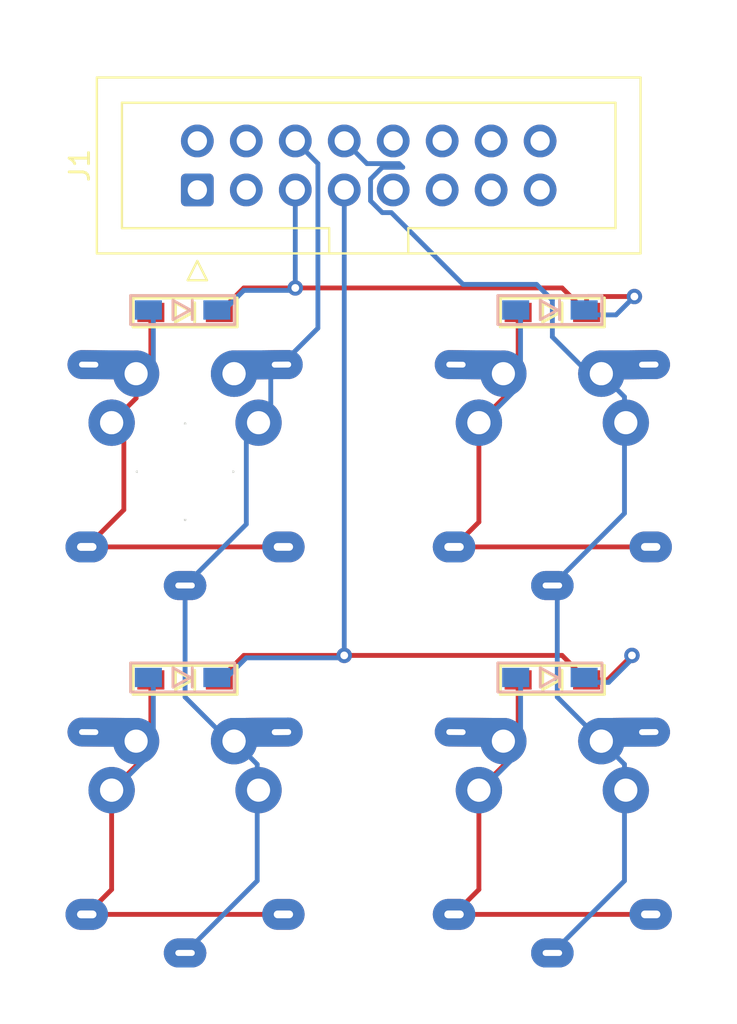
<source format=kicad_pcb>
(kicad_pcb (version 20171130) (host pcbnew "(5.1.12-1-10_14)")

  (general
    (thickness 1.6)
    (drawings 3)
    (tracks 104)
    (zones 0)
    (modules 9)
    (nets 21)
  )

  (page A4)
  (title_block
    (title "Pragmatic Left")
    (date 2021-11-08)
    (rev 0.1)
    (company "James Sa")
  )

  (layers
    (0 F.Cu signal)
    (31 B.Cu signal)
    (32 B.Adhes user)
    (33 F.Adhes user)
    (34 B.Paste user)
    (35 F.Paste user)
    (36 B.SilkS user)
    (37 F.SilkS user)
    (38 B.Mask user)
    (39 F.Mask user)
    (40 Dwgs.User user hide)
    (41 Cmts.User user)
    (42 Eco1.User user)
    (43 Eco2.User user)
    (44 Edge.Cuts user)
    (45 Margin user)
    (46 B.CrtYd user)
    (47 F.CrtYd user)
    (48 B.Fab user)
    (49 F.Fab user)
  )

  (setup
    (last_trace_width 0.25)
    (trace_clearance 0.2)
    (zone_clearance 0.508)
    (zone_45_only no)
    (trace_min 0.2)
    (via_size 0.8)
    (via_drill 0.4)
    (via_min_size 0.4)
    (via_min_drill 0.3)
    (uvia_size 0.3)
    (uvia_drill 0.1)
    (uvias_allowed no)
    (uvia_min_size 0.2)
    (uvia_min_drill 0.1)
    (edge_width 0.12)
    (segment_width 0.12)
    (pcb_text_width 0.3)
    (pcb_text_size 1.5 1.5)
    (mod_edge_width 0.12)
    (mod_text_size 1 1)
    (mod_text_width 0.15)
    (pad_size 1.524 1.524)
    (pad_drill 0.762)
    (pad_to_mask_clearance 0)
    (aux_axis_origin 95.25 57.15)
    (visible_elements FFFFFF7F)
    (pcbplotparams
      (layerselection 0x010f0_ffffffff)
      (usegerberextensions true)
      (usegerberattributes true)
      (usegerberadvancedattributes false)
      (creategerberjobfile false)
      (excludeedgelayer true)
      (linewidth 0.100000)
      (plotframeref false)
      (viasonmask false)
      (mode 1)
      (useauxorigin false)
      (hpglpennumber 1)
      (hpglpenspeed 20)
      (hpglpendiameter 15.000000)
      (psnegative false)
      (psa4output false)
      (plotreference true)
      (plotvalue true)
      (plotinvisibletext false)
      (padsonsilk false)
      (subtractmaskfromsilk true)
      (outputformat 1)
      (mirror false)
      (drillshape 0)
      (scaleselection 1)
      (outputdirectory "Gerber/"))
  )

  (net 0 "")
  (net 1 "Net-(D1-Pad2)")
  (net 2 Row1)
  (net 3 "Net-(D2-Pad2)")
  (net 4 Col1)
  (net 5 "Net-(D7-Pad2)")
  (net 6 Row2)
  (net 7 "Net-(D8-Pad2)")
  (net 8 VCC)
  (net 9 Col3)
  (net 10 Col2)
  (net 11 Row3)
  (net 12 GND)
  (net 13 SDA)
  (net 14 SCL)
  (net 15 Row4)
  (net 16 Row5)
  (net 17 Row6)
  (net 18 Col6)
  (net 19 Col5)
  (net 20 Col4)

  (net_class Default "This is the default net class."
    (clearance 0.2)
    (trace_width 0.25)
    (via_dia 0.8)
    (via_drill 0.4)
    (uvia_dia 0.3)
    (uvia_drill 0.1)
    (add_net Col1)
    (add_net Col2)
    (add_net Col3)
    (add_net Col4)
    (add_net Col5)
    (add_net Col6)
    (add_net "Net-(D1-Pad2)")
    (add_net "Net-(D2-Pad2)")
    (add_net "Net-(D7-Pad2)")
    (add_net "Net-(D8-Pad2)")
    (add_net Row1)
    (add_net Row2)
    (add_net Row3)
    (add_net Row4)
    (add_net Row5)
    (add_net Row6)
    (add_net SCL)
    (add_net SDA)
  )

  (net_class Power ""
    (clearance 0.2)
    (trace_width 0.4)
    (via_dia 0.8)
    (via_drill 0.4)
    (uvia_dia 0.3)
    (uvia_drill 0.1)
    (add_net GND)
    (add_net VCC)
  )

  (module Pragmatic:D_SMD (layer F.Cu) (tedit 61952F7C) (tstamp 6186E6F7)
    (at 76.2 67.945 180)
    (tags R)
    (path /6188DF84)
    (autoplace_cost180 10)
    (attr smd)
    (fp_text reference D8 (at 0.5 0) (layer F.Fab) hide
      (effects (font (size 0.5 0.5) (thickness 0.125)))
    )
    (fp_text value D (at -0.6 0) (layer F.Fab) hide
      (effects (font (size 0.5 0.5) (thickness 0.125)))
    )
    (fp_text user D24 (at 0.5 6.985) (layer B.Fab) hide
      (effects (font (size 0.5 0.5) (thickness 0.125)) (justify mirror))
    )
    (fp_text user D (at -0.6 6.985) (layer B.Fab) hide
      (effects (font (size 0.5 0.5) (thickness 0.125)) (justify mirror))
    )
    (fp_line (start -2.7 0.75) (end 2.7 0.75) (layer F.SilkS) (width 0.15))
    (fp_line (start 2.7 -0.75) (end -2.7 -0.75) (layer F.SilkS) (width 0.15))
    (fp_line (start -2.7 -0.75) (end -2.7 0.75) (layer F.SilkS) (width 0.15))
    (fp_line (start 2.7 -0.75) (end 2.7 0.75) (layer F.SilkS) (width 0.15))
    (fp_line (start 0.5 -0.5) (end 0.5 0.5) (layer F.SilkS) (width 0.15))
    (fp_line (start 0.5 0.5) (end -0.4 0) (layer F.SilkS) (width 0.15))
    (fp_line (start -0.4 0) (end 0.5 -0.5) (layer F.SilkS) (width 0.15))
    (fp_line (start -0.5 -0.5) (end -0.5 0.5) (layer F.SilkS) (width 0.15))
    (fp_line (start -0.273 0.127) (end 0.627 0.627) (layer B.SilkS) (width 0.15))
    (fp_line (start -0.373 0.627) (end -0.373 -0.373) (layer B.SilkS) (width 0.15))
    (fp_line (start -2.573 0.877) (end -2.573 -0.623) (layer B.SilkS) (width 0.15))
    (fp_line (start 2.827 0.877) (end 2.827 -0.623) (layer B.SilkS) (width 0.15))
    (fp_line (start 0.627 0.627) (end 0.627 -0.373) (layer B.SilkS) (width 0.15))
    (fp_line (start 0.627 -0.373) (end -0.273 0.127) (layer B.SilkS) (width 0.15))
    (fp_line (start -2.573 -0.623) (end 2.827 -0.623) (layer B.SilkS) (width 0.15))
    (fp_line (start 2.827 0.877) (end -2.573 0.877) (layer B.SilkS) (width 0.15))
    (pad 2 smd rect (at 1.902 0.127 180) (size 1.4 1) (layers B.Cu B.Paste B.Mask)
      (net 7 "Net-(D8-Pad2)"))
    (pad 1 smd rect (at -1.648 0.127 180) (size 1.4 1) (layers B.Cu B.Paste B.Mask)
      (net 6 Row2))
    (pad 2 smd rect (at 1.775 0 180) (size 1.4 1) (layers F.Cu F.Paste F.Mask)
      (net 7 "Net-(D8-Pad2)"))
    (pad 1 smd rect (at -1.775 0 180) (size 1.4 1) (layers F.Cu F.Paste F.Mask)
      (net 6 Row2))
    (model ${KISYS3DMOD}/Diode_SMD.3dshapes/D_SOD-123.step
      (at (xyz 0 0 0))
      (scale (xyz 1 1 1))
      (rotate (xyz 0 0 0))
    )
  )

  (module Pragmatic:D_SMD (layer F.Cu) (tedit 61952F7C) (tstamp 6186E6E9)
    (at 57.15 67.945 180)
    (tags R)
    (path /618803D0)
    (autoplace_cost180 10)
    (attr smd)
    (fp_text reference D7 (at 0.5 0) (layer F.Fab) hide
      (effects (font (size 0.5 0.5) (thickness 0.125)))
    )
    (fp_text value D (at -0.6 0) (layer F.Fab) hide
      (effects (font (size 0.5 0.5) (thickness 0.125)))
    )
    (fp_text user D24 (at 0.5 6.985) (layer B.Fab) hide
      (effects (font (size 0.5 0.5) (thickness 0.125)) (justify mirror))
    )
    (fp_text user D (at -0.6 6.985) (layer B.Fab) hide
      (effects (font (size 0.5 0.5) (thickness 0.125)) (justify mirror))
    )
    (fp_line (start -2.7 0.75) (end 2.7 0.75) (layer F.SilkS) (width 0.15))
    (fp_line (start 2.7 -0.75) (end -2.7 -0.75) (layer F.SilkS) (width 0.15))
    (fp_line (start -2.7 -0.75) (end -2.7 0.75) (layer F.SilkS) (width 0.15))
    (fp_line (start 2.7 -0.75) (end 2.7 0.75) (layer F.SilkS) (width 0.15))
    (fp_line (start 0.5 -0.5) (end 0.5 0.5) (layer F.SilkS) (width 0.15))
    (fp_line (start 0.5 0.5) (end -0.4 0) (layer F.SilkS) (width 0.15))
    (fp_line (start -0.4 0) (end 0.5 -0.5) (layer F.SilkS) (width 0.15))
    (fp_line (start -0.5 -0.5) (end -0.5 0.5) (layer F.SilkS) (width 0.15))
    (fp_line (start -0.273 0.127) (end 0.627 0.627) (layer B.SilkS) (width 0.15))
    (fp_line (start -0.373 0.627) (end -0.373 -0.373) (layer B.SilkS) (width 0.15))
    (fp_line (start -2.573 0.877) (end -2.573 -0.623) (layer B.SilkS) (width 0.15))
    (fp_line (start 2.827 0.877) (end 2.827 -0.623) (layer B.SilkS) (width 0.15))
    (fp_line (start 0.627 0.627) (end 0.627 -0.373) (layer B.SilkS) (width 0.15))
    (fp_line (start 0.627 -0.373) (end -0.273 0.127) (layer B.SilkS) (width 0.15))
    (fp_line (start -2.573 -0.623) (end 2.827 -0.623) (layer B.SilkS) (width 0.15))
    (fp_line (start 2.827 0.877) (end -2.573 0.877) (layer B.SilkS) (width 0.15))
    (pad 2 smd rect (at 1.902 0.127 180) (size 1.4 1) (layers B.Cu B.Paste B.Mask)
      (net 5 "Net-(D7-Pad2)"))
    (pad 1 smd rect (at -1.648 0.127 180) (size 1.4 1) (layers B.Cu B.Paste B.Mask)
      (net 6 Row2))
    (pad 2 smd rect (at 1.775 0 180) (size 1.4 1) (layers F.Cu F.Paste F.Mask)
      (net 5 "Net-(D7-Pad2)"))
    (pad 1 smd rect (at -1.775 0 180) (size 1.4 1) (layers F.Cu F.Paste F.Mask)
      (net 6 Row2))
    (model ${KISYS3DMOD}/Diode_SMD.3dshapes/D_SOD-123.step
      (at (xyz 0 0 0))
      (scale (xyz 1 1 1))
      (rotate (xyz 0 0 0))
    )
  )

  (module Pragmatic:D_SMD (layer F.Cu) (tedit 61952F7C) (tstamp 618706C5)
    (at 76.2 48.895 180)
    (tags R)
    (path /618ACC68)
    (autoplace_cost180 10)
    (attr smd)
    (fp_text reference D2 (at 0.5 0) (layer F.Fab) hide
      (effects (font (size 0.5 0.5) (thickness 0.125)))
    )
    (fp_text value D (at -0.6 0) (layer F.Fab) hide
      (effects (font (size 0.5 0.5) (thickness 0.125)))
    )
    (fp_text user D24 (at 0.5 6.985) (layer B.Fab) hide
      (effects (font (size 0.5 0.5) (thickness 0.125)) (justify mirror))
    )
    (fp_text user D (at -0.6 6.985) (layer B.Fab) hide
      (effects (font (size 0.5 0.5) (thickness 0.125)) (justify mirror))
    )
    (fp_line (start -2.7 0.75) (end 2.7 0.75) (layer F.SilkS) (width 0.15))
    (fp_line (start 2.7 -0.75) (end -2.7 -0.75) (layer F.SilkS) (width 0.15))
    (fp_line (start -2.7 -0.75) (end -2.7 0.75) (layer F.SilkS) (width 0.15))
    (fp_line (start 2.7 -0.75) (end 2.7 0.75) (layer F.SilkS) (width 0.15))
    (fp_line (start 0.5 -0.5) (end 0.5 0.5) (layer F.SilkS) (width 0.15))
    (fp_line (start 0.5 0.5) (end -0.4 0) (layer F.SilkS) (width 0.15))
    (fp_line (start -0.4 0) (end 0.5 -0.5) (layer F.SilkS) (width 0.15))
    (fp_line (start -0.5 -0.5) (end -0.5 0.5) (layer F.SilkS) (width 0.15))
    (fp_line (start -0.273 0.127) (end 0.627 0.627) (layer B.SilkS) (width 0.15))
    (fp_line (start -0.373 0.627) (end -0.373 -0.373) (layer B.SilkS) (width 0.15))
    (fp_line (start -2.573 0.877) (end -2.573 -0.623) (layer B.SilkS) (width 0.15))
    (fp_line (start 2.827 0.877) (end 2.827 -0.623) (layer B.SilkS) (width 0.15))
    (fp_line (start 0.627 0.627) (end 0.627 -0.373) (layer B.SilkS) (width 0.15))
    (fp_line (start 0.627 -0.373) (end -0.273 0.127) (layer B.SilkS) (width 0.15))
    (fp_line (start -2.573 -0.623) (end 2.827 -0.623) (layer B.SilkS) (width 0.15))
    (fp_line (start 2.827 0.877) (end -2.573 0.877) (layer B.SilkS) (width 0.15))
    (pad 2 smd rect (at 1.902 0.127 180) (size 1.4 1) (layers B.Cu B.Paste B.Mask)
      (net 3 "Net-(D2-Pad2)"))
    (pad 1 smd rect (at -1.648 0.127 180) (size 1.4 1) (layers B.Cu B.Paste B.Mask)
      (net 2 Row1))
    (pad 2 smd rect (at 1.775 0 180) (size 1.4 1) (layers F.Cu F.Paste F.Mask)
      (net 3 "Net-(D2-Pad2)"))
    (pad 1 smd rect (at -1.775 0 180) (size 1.4 1) (layers F.Cu F.Paste F.Mask)
      (net 2 Row1))
    (model ${KISYS3DMOD}/Diode_SMD.3dshapes/D_SOD-123.step
      (at (xyz 0 0 0))
      (scale (xyz 1 1 1))
      (rotate (xyz 0 0 0))
    )
  )

  (module Pragmatic:D_SMD (layer F.Cu) (tedit 61952F7C) (tstamp 6186E695)
    (at 57.15 48.895 180)
    (tags R)
    (path /618ACC5C)
    (autoplace_cost180 10)
    (attr smd)
    (fp_text reference D1 (at 0.5 0) (layer F.Fab) hide
      (effects (font (size 0.5 0.5) (thickness 0.125)))
    )
    (fp_text value D (at -0.6 0) (layer F.Fab) hide
      (effects (font (size 0.5 0.5) (thickness 0.125)))
    )
    (fp_text user D24 (at 0.5 6.985) (layer B.Fab) hide
      (effects (font (size 0.5 0.5) (thickness 0.125)) (justify mirror))
    )
    (fp_text user D (at -0.6 6.985) (layer B.Fab) hide
      (effects (font (size 0.5 0.5) (thickness 0.125)) (justify mirror))
    )
    (fp_line (start -2.7 0.75) (end 2.7 0.75) (layer F.SilkS) (width 0.15))
    (fp_line (start 2.7 -0.75) (end -2.7 -0.75) (layer F.SilkS) (width 0.15))
    (fp_line (start -2.7 -0.75) (end -2.7 0.75) (layer F.SilkS) (width 0.15))
    (fp_line (start 2.7 -0.75) (end 2.7 0.75) (layer F.SilkS) (width 0.15))
    (fp_line (start 0.5 -0.5) (end 0.5 0.5) (layer F.SilkS) (width 0.15))
    (fp_line (start 0.5 0.5) (end -0.4 0) (layer F.SilkS) (width 0.15))
    (fp_line (start -0.4 0) (end 0.5 -0.5) (layer F.SilkS) (width 0.15))
    (fp_line (start -0.5 -0.5) (end -0.5 0.5) (layer F.SilkS) (width 0.15))
    (fp_line (start -0.273 0.127) (end 0.627 0.627) (layer B.SilkS) (width 0.15))
    (fp_line (start -0.373 0.627) (end -0.373 -0.373) (layer B.SilkS) (width 0.15))
    (fp_line (start -2.573 0.877) (end -2.573 -0.623) (layer B.SilkS) (width 0.15))
    (fp_line (start 2.827 0.877) (end 2.827 -0.623) (layer B.SilkS) (width 0.15))
    (fp_line (start 0.627 0.627) (end 0.627 -0.373) (layer B.SilkS) (width 0.15))
    (fp_line (start 0.627 -0.373) (end -0.273 0.127) (layer B.SilkS) (width 0.15))
    (fp_line (start -2.573 -0.623) (end 2.827 -0.623) (layer B.SilkS) (width 0.15))
    (fp_line (start 2.827 0.877) (end -2.573 0.877) (layer B.SilkS) (width 0.15))
    (pad 2 smd rect (at 1.902 0.127 180) (size 1.4 1) (layers B.Cu B.Paste B.Mask)
      (net 1 "Net-(D1-Pad2)"))
    (pad 1 smd rect (at -1.648 0.127 180) (size 1.4 1) (layers B.Cu B.Paste B.Mask)
      (net 2 Row1))
    (pad 2 smd rect (at 1.775 0 180) (size 1.4 1) (layers F.Cu F.Paste F.Mask)
      (net 1 "Net-(D1-Pad2)"))
    (pad 1 smd rect (at -1.775 0 180) (size 1.4 1) (layers F.Cu F.Paste F.Mask)
      (net 2 Row1))
    (model ${KISYS3DMOD}/Diode_SMD.3dshapes/D_SOD-123.step
      (at (xyz 0 0 0))
      (scale (xyz 1 1 1))
      (rotate (xyz 0 0 0))
    )
  )

  (module Pragmatic:CherryMX_ChocV2_1u locked (layer F.Cu) (tedit 61952139) (tstamp 6186E98C)
    (at 76.2 76.2)
    (path /6188DF8A)
    (fp_text reference SW8 (at 5.1 7.95 180) (layer Dwgs.User) hide
      (effects (font (size 1 1) (thickness 0.15)))
    )
    (fp_text value SW_Push (at 0 7.9 180) (layer Dwgs.User) hide
      (effects (font (size 1 1) (thickness 0.15)))
    )
    (fp_line (start -9.525 -9.525) (end 9.525 -9.525) (layer Dwgs.User) (width 0.15))
    (fp_line (start 9.525 -9.525) (end 9.525 9.525) (layer Dwgs.User) (width 0.15))
    (fp_line (start 9.525 9.525) (end -9.525 9.525) (layer Dwgs.User) (width 0.15))
    (fp_line (start -9.525 9.525) (end -9.525 -9.525) (layer Dwgs.User) (width 0.15))
    (fp_line (start -7 -6) (end -7 -7) (layer Dwgs.User) (width 0.15))
    (fp_line (start -7 -7) (end -6 -7) (layer Dwgs.User) (width 0.15))
    (fp_line (start 6 7) (end 7 7) (layer Dwgs.User) (width 0.15))
    (fp_line (start 7 7) (end 7 6) (layer Dwgs.User) (width 0.15))
    (pad 2 thru_hole circle (at 3.81 -2.54) (size 2.4 2.4) (drill 1.2) (layers *.Cu B.Mask)
      (net 10 Col2))
    (pad 2 thru_hole oval (at 0 5.9) (size 2.2 1.5) (drill oval 1 0.3) (layers *.Cu B.Mask)
      (net 10 Col2))
    (pad 1 thru_hole oval (at 5.1 3.9) (size 2.2 1.6) (drill oval 1 0.4) (layers *.Cu B.Mask)
      (net 7 "Net-(D8-Pad2)"))
    (pad 1 thru_hole oval (at -5 -5.55 359.5) (size 4.4 1.5) (drill oval 1 0.3 (offset 1.1 0)) (layers *.Cu B.Mask)
      (net 7 "Net-(D8-Pad2)"))
    (pad 1 thru_hole circle (at -2.54 -5.08) (size 2.4 2.4) (drill 1.2) (layers *.Cu B.Mask)
      (net 7 "Net-(D8-Pad2)"))
    (pad 1 thru_hole circle (at -3.81 -2.54) (size 2.4 2.4) (drill 1.2) (layers *.Cu B.Mask)
      (net 7 "Net-(D8-Pad2)"))
    (pad 2 thru_hole oval (at 0 5.9) (size 2.2 1.5) (drill oval 1 0.3) (layers *.Cu B.Mask)
      (net 10 Col2))
    (pad 1 thru_hole oval (at -5.1 3.9) (size 2.2 1.6) (drill oval 1 0.4) (layers *.Cu B.Mask)
      (net 7 "Net-(D8-Pad2)"))
    (pad 2 thru_hole oval (at 5 -5.55 0.5) (size 4.4 1.5) (drill oval 1 0.3 (offset -1.1 0)) (layers *.Cu B.Mask)
      (net 10 Col2))
    (pad 2 thru_hole circle (at 2.54 -5.08) (size 2.4 2.4) (drill 1.2) (layers *.Cu B.Mask)
      (net 10 Col2))
    (pad 2 thru_hole circle (at 2.54 -5.08) (size 2.4 2.4) (drill 1.2) (layers *.Cu B.Mask)
      (net 10 Col2))
    (pad 2 thru_hole oval (at 5 -5.55 0.5) (size 4.4 1.5) (drill oval 1 0.3 (offset -1.1 0)) (layers *.Cu B.Mask)
      (net 10 Col2))
    (pad 1 thru_hole oval (at -5.1 3.9) (size 2.2 1.6) (drill oval 1 0.4) (layers *.Cu B.Mask)
      (net 7 "Net-(D8-Pad2)"))
    (pad "" np_thru_hole circle (at 0 0 90) (size 4.9 4.9) (drill 4.9) (layers *.Cu *.Mask))
    (pad "" np_thru_hole circle (at -5.5 0 90) (size 1.8 1.8) (drill 1.8) (layers *.Cu *.Mask))
    (pad "" np_thru_hole circle (at 5.5 0 90) (size 1.8 1.8) (drill 1.8) (layers *.Cu *.Mask))
    (pad 2 thru_hole oval (at 0 5.9) (size 2.2 1.5) (drill oval 1 0.3) (layers *.Cu B.Mask)
      (net 10 Col2))
    (pad 1 thru_hole circle (at -3.81 -2.54) (size 2.4 2.4) (drill 1.2) (layers *.Cu B.Mask)
      (net 7 "Net-(D8-Pad2)"))
    (pad "" np_thru_hole circle (at 5.08 0) (size 1.7 1.7) (drill 1.7) (layers *.Cu *.Mask))
    (pad "" np_thru_hole circle (at -5.08 0) (size 1.7 1.7) (drill 1.7) (layers *.Cu *.Mask))
    (model "${LOCAL_LIB}/kbd/kicad-packages3D/kbd.3dshapes/CherryMX Switch.step"
      (at (xyz 0 0 0))
      (scale (xyz 1 1 1))
      (rotate (xyz 0 0 0))
    )
    (model ${LOCAL_LIB}/kbd/kicad-packages3D/kbd.3dshapes/kailh_choc.step
      (at (xyz 0 0 0))
      (scale (xyz 1 1 1))
      (rotate (xyz 0 0 180))
    )
  )

  (module Pragmatic:CherryMX_ChocV2_1u (layer F.Cu) (tedit 61952139) (tstamp 6186E976)
    (at 57.15 76.2)
    (path /618803DA)
    (fp_text reference SW7 (at 5.1 7.95 180) (layer Dwgs.User) hide
      (effects (font (size 1 1) (thickness 0.15)))
    )
    (fp_text value SW_Push (at 0 7.9 180) (layer Dwgs.User) hide
      (effects (font (size 1 1) (thickness 0.15)))
    )
    (fp_line (start -9.525 -9.525) (end 9.525 -9.525) (layer Dwgs.User) (width 0.15))
    (fp_line (start 9.525 -9.525) (end 9.525 9.525) (layer Dwgs.User) (width 0.15))
    (fp_line (start 9.525 9.525) (end -9.525 9.525) (layer Dwgs.User) (width 0.15))
    (fp_line (start -9.525 9.525) (end -9.525 -9.525) (layer Dwgs.User) (width 0.15))
    (fp_line (start -7 -6) (end -7 -7) (layer Dwgs.User) (width 0.15))
    (fp_line (start -7 -7) (end -6 -7) (layer Dwgs.User) (width 0.15))
    (fp_line (start 6 7) (end 7 7) (layer Dwgs.User) (width 0.15))
    (fp_line (start 7 7) (end 7 6) (layer Dwgs.User) (width 0.15))
    (pad 2 thru_hole circle (at 3.81 -2.54) (size 2.4 2.4) (drill 1.2) (layers *.Cu B.Mask)
      (net 4 Col1))
    (pad 2 thru_hole oval (at 0 5.9) (size 2.2 1.5) (drill oval 1 0.3) (layers *.Cu B.Mask)
      (net 4 Col1))
    (pad 1 thru_hole oval (at 5.1 3.9) (size 2.2 1.6) (drill oval 1 0.4) (layers *.Cu B.Mask)
      (net 5 "Net-(D7-Pad2)"))
    (pad 1 thru_hole oval (at -5 -5.55 359.5) (size 4.4 1.5) (drill oval 1 0.3 (offset 1.1 0)) (layers *.Cu B.Mask)
      (net 5 "Net-(D7-Pad2)"))
    (pad 1 thru_hole circle (at -2.54 -5.08) (size 2.4 2.4) (drill 1.2) (layers *.Cu B.Mask)
      (net 5 "Net-(D7-Pad2)"))
    (pad 1 thru_hole circle (at -3.81 -2.54) (size 2.4 2.4) (drill 1.2) (layers *.Cu B.Mask)
      (net 5 "Net-(D7-Pad2)"))
    (pad 2 thru_hole oval (at 0 5.9) (size 2.2 1.5) (drill oval 1 0.3) (layers *.Cu B.Mask)
      (net 4 Col1))
    (pad 1 thru_hole oval (at -5.1 3.9) (size 2.2 1.6) (drill oval 1 0.4) (layers *.Cu B.Mask)
      (net 5 "Net-(D7-Pad2)"))
    (pad 2 thru_hole oval (at 5 -5.55 0.5) (size 4.4 1.5) (drill oval 1 0.3 (offset -1.1 0)) (layers *.Cu B.Mask)
      (net 4 Col1))
    (pad 2 thru_hole circle (at 2.54 -5.08) (size 2.4 2.4) (drill 1.2) (layers *.Cu B.Mask)
      (net 4 Col1))
    (pad 2 thru_hole circle (at 2.54 -5.08) (size 2.4 2.4) (drill 1.2) (layers *.Cu B.Mask)
      (net 4 Col1))
    (pad 2 thru_hole oval (at 5 -5.55 0.5) (size 4.4 1.5) (drill oval 1 0.3 (offset -1.1 0)) (layers *.Cu B.Mask)
      (net 4 Col1))
    (pad 1 thru_hole oval (at -5.1 3.9) (size 2.2 1.6) (drill oval 1 0.4) (layers *.Cu B.Mask)
      (net 5 "Net-(D7-Pad2)"))
    (pad "" np_thru_hole circle (at 0 0 90) (size 4.9 4.9) (drill 4.9) (layers *.Cu *.Mask))
    (pad "" np_thru_hole circle (at -5.5 0 90) (size 1.8 1.8) (drill 1.8) (layers *.Cu *.Mask))
    (pad "" np_thru_hole circle (at 5.5 0 90) (size 1.8 1.8) (drill 1.8) (layers *.Cu *.Mask))
    (pad 2 thru_hole oval (at 0 5.9) (size 2.2 1.5) (drill oval 1 0.3) (layers *.Cu B.Mask)
      (net 4 Col1))
    (pad 1 thru_hole circle (at -3.81 -2.54) (size 2.4 2.4) (drill 1.2) (layers *.Cu B.Mask)
      (net 5 "Net-(D7-Pad2)"))
    (pad "" np_thru_hole circle (at 5.08 0) (size 1.7 1.7) (drill 1.7) (layers *.Cu *.Mask))
    (pad "" np_thru_hole circle (at -5.08 0) (size 1.7 1.7) (drill 1.7) (layers *.Cu *.Mask))
    (model "${LOCAL_LIB}/kbd/kicad-packages3D/kbd.3dshapes/CherryMX Switch.step"
      (at (xyz 0 0 0))
      (scale (xyz 1 1 1))
      (rotate (xyz 0 0 0))
    )
    (model ${LOCAL_LIB}/kbd/kicad-packages3D/kbd.3dshapes/kailh_choc.step
      (at (xyz 0 0 0))
      (scale (xyz 1 1 1))
      (rotate (xyz 0 0 180))
    )
  )

  (module Pragmatic:CherryMX_ChocV2_1u (layer F.Cu) (tedit 61952139) (tstamp 618741F8)
    (at 76.2 57.15)
    (path /618ACC6E)
    (fp_text reference SW2 (at 5.1 7.95 180) (layer Dwgs.User) hide
      (effects (font (size 1 1) (thickness 0.15)))
    )
    (fp_text value SW_Push (at 0 7.9 180) (layer Dwgs.User) hide
      (effects (font (size 1 1) (thickness 0.15)))
    )
    (fp_line (start -9.525 -9.525) (end 9.525 -9.525) (layer Dwgs.User) (width 0.15))
    (fp_line (start 9.525 -9.525) (end 9.525 9.525) (layer Dwgs.User) (width 0.15))
    (fp_line (start 9.525 9.525) (end -9.525 9.525) (layer Dwgs.User) (width 0.15))
    (fp_line (start -9.525 9.525) (end -9.525 -9.525) (layer Dwgs.User) (width 0.15))
    (fp_line (start -7 -6) (end -7 -7) (layer Dwgs.User) (width 0.15))
    (fp_line (start -7 -7) (end -6 -7) (layer Dwgs.User) (width 0.15))
    (fp_line (start 6 7) (end 7 7) (layer Dwgs.User) (width 0.15))
    (fp_line (start 7 7) (end 7 6) (layer Dwgs.User) (width 0.15))
    (pad 2 thru_hole circle (at 3.81 -2.54) (size 2.4 2.4) (drill 1.2) (layers *.Cu B.Mask)
      (net 10 Col2))
    (pad 2 thru_hole oval (at 0 5.9) (size 2.2 1.5) (drill oval 1 0.3) (layers *.Cu B.Mask)
      (net 10 Col2))
    (pad 1 thru_hole oval (at 5.1 3.9) (size 2.2 1.6) (drill oval 1 0.4) (layers *.Cu B.Mask)
      (net 3 "Net-(D2-Pad2)"))
    (pad 1 thru_hole oval (at -5 -5.55 359.5) (size 4.4 1.5) (drill oval 1 0.3 (offset 1.1 0)) (layers *.Cu B.Mask)
      (net 3 "Net-(D2-Pad2)"))
    (pad 1 thru_hole circle (at -2.54 -5.08) (size 2.4 2.4) (drill 1.2) (layers *.Cu B.Mask)
      (net 3 "Net-(D2-Pad2)"))
    (pad 1 thru_hole circle (at -3.81 -2.54) (size 2.4 2.4) (drill 1.2) (layers *.Cu B.Mask)
      (net 3 "Net-(D2-Pad2)"))
    (pad 2 thru_hole oval (at 0 5.9) (size 2.2 1.5) (drill oval 1 0.3) (layers *.Cu B.Mask)
      (net 10 Col2))
    (pad 1 thru_hole oval (at -5.1 3.9) (size 2.2 1.6) (drill oval 1 0.4) (layers *.Cu B.Mask)
      (net 3 "Net-(D2-Pad2)"))
    (pad 2 thru_hole oval (at 5 -5.55 0.5) (size 4.4 1.5) (drill oval 1 0.3 (offset -1.1 0)) (layers *.Cu B.Mask)
      (net 10 Col2))
    (pad 2 thru_hole circle (at 2.54 -5.08) (size 2.4 2.4) (drill 1.2) (layers *.Cu B.Mask)
      (net 10 Col2))
    (pad 2 thru_hole circle (at 2.54 -5.08) (size 2.4 2.4) (drill 1.2) (layers *.Cu B.Mask)
      (net 10 Col2))
    (pad 2 thru_hole oval (at 5 -5.55 0.5) (size 4.4 1.5) (drill oval 1 0.3 (offset -1.1 0)) (layers *.Cu B.Mask)
      (net 10 Col2))
    (pad 1 thru_hole oval (at -5.1 3.9) (size 2.2 1.6) (drill oval 1 0.4) (layers *.Cu B.Mask)
      (net 3 "Net-(D2-Pad2)"))
    (pad "" np_thru_hole circle (at 0 0 90) (size 4.9 4.9) (drill 4.9) (layers *.Cu *.Mask))
    (pad "" np_thru_hole circle (at -5.5 0 90) (size 1.8 1.8) (drill 1.8) (layers *.Cu *.Mask))
    (pad "" np_thru_hole circle (at 5.5 0 90) (size 1.8 1.8) (drill 1.8) (layers *.Cu *.Mask))
    (pad 2 thru_hole oval (at 0 5.9) (size 2.2 1.5) (drill oval 1 0.3) (layers *.Cu B.Mask)
      (net 10 Col2))
    (pad 1 thru_hole circle (at -3.81 -2.54) (size 2.4 2.4) (drill 1.2) (layers *.Cu B.Mask)
      (net 3 "Net-(D2-Pad2)"))
    (pad "" np_thru_hole circle (at 5.08 0) (size 1.7 1.7) (drill 1.7) (layers *.Cu *.Mask))
    (pad "" np_thru_hole circle (at -5.08 0) (size 1.7 1.7) (drill 1.7) (layers *.Cu *.Mask))
    (model "${LOCAL_LIB}/kbd/kicad-packages3D/kbd.3dshapes/CherryMX Switch.step"
      (at (xyz 0 0 0))
      (scale (xyz 1 1 1))
      (rotate (xyz 0 0 0))
    )
    (model ${LOCAL_LIB}/kbd/kicad-packages3D/kbd.3dshapes/kailh_choc.step
      (at (xyz 0 0 0))
      (scale (xyz 1 1 1))
      (rotate (xyz 0 0 180))
    )
  )

  (module Pragmatic:CherryMX_ChocV2_1u (layer F.Cu) (tedit 61952139) (tstamp 6186E8F2)
    (at 57.15 57.15)
    (path /618ACC62)
    (fp_text reference SW1 (at 5.1 7.95 180) (layer Dwgs.User) hide
      (effects (font (size 1 1) (thickness 0.15)))
    )
    (fp_text value SW_Push (at 0 7.9 180) (layer Dwgs.User) hide
      (effects (font (size 1 1) (thickness 0.15)))
    )
    (fp_line (start -9.525 -9.525) (end 9.525 -9.525) (layer Dwgs.User) (width 0.15))
    (fp_line (start 9.525 -9.525) (end 9.525 9.525) (layer Dwgs.User) (width 0.15))
    (fp_line (start 9.525 9.525) (end -9.525 9.525) (layer Dwgs.User) (width 0.15))
    (fp_line (start -9.525 9.525) (end -9.525 -9.525) (layer Dwgs.User) (width 0.15))
    (fp_line (start -7 -6) (end -7 -7) (layer Dwgs.User) (width 0.15))
    (fp_line (start -7 -7) (end -6 -7) (layer Dwgs.User) (width 0.15))
    (fp_line (start 6 7) (end 7 7) (layer Dwgs.User) (width 0.15))
    (fp_line (start 7 7) (end 7 6) (layer Dwgs.User) (width 0.15))
    (pad 2 thru_hole circle (at 3.81 -2.54) (size 2.4 2.4) (drill 1.2) (layers *.Cu B.Mask)
      (net 4 Col1))
    (pad 2 thru_hole oval (at 0 5.9) (size 2.2 1.5) (drill oval 1 0.3) (layers *.Cu B.Mask)
      (net 4 Col1))
    (pad 1 thru_hole oval (at 5.1 3.9) (size 2.2 1.6) (drill oval 1 0.4) (layers *.Cu B.Mask)
      (net 1 "Net-(D1-Pad2)"))
    (pad 1 thru_hole oval (at -5 -5.55 359.5) (size 4.4 1.5) (drill oval 1 0.3 (offset 1.1 0)) (layers *.Cu B.Mask)
      (net 1 "Net-(D1-Pad2)"))
    (pad 1 thru_hole circle (at -2.54 -5.08) (size 2.4 2.4) (drill 1.2) (layers *.Cu B.Mask)
      (net 1 "Net-(D1-Pad2)"))
    (pad 1 thru_hole circle (at -3.81 -2.54) (size 2.4 2.4) (drill 1.2) (layers *.Cu B.Mask)
      (net 1 "Net-(D1-Pad2)"))
    (pad 2 thru_hole oval (at 0 5.9) (size 2.2 1.5) (drill oval 1 0.3) (layers *.Cu B.Mask)
      (net 4 Col1))
    (pad 1 thru_hole oval (at -5.1 3.9) (size 2.2 1.6) (drill oval 1 0.4) (layers *.Cu B.Mask)
      (net 1 "Net-(D1-Pad2)"))
    (pad 2 thru_hole oval (at 5 -5.55 0.5) (size 4.4 1.5) (drill oval 1 0.3 (offset -1.1 0)) (layers *.Cu B.Mask)
      (net 4 Col1))
    (pad 2 thru_hole circle (at 2.54 -5.08) (size 2.4 2.4) (drill 1.2) (layers *.Cu B.Mask)
      (net 4 Col1))
    (pad 2 thru_hole circle (at 2.54 -5.08) (size 2.4 2.4) (drill 1.2) (layers *.Cu B.Mask)
      (net 4 Col1))
    (pad 2 thru_hole oval (at 5 -5.55 0.5) (size 4.4 1.5) (drill oval 1 0.3 (offset -1.1 0)) (layers *.Cu B.Mask)
      (net 4 Col1))
    (pad 1 thru_hole oval (at -5.1 3.9) (size 2.2 1.6) (drill oval 1 0.4) (layers *.Cu B.Mask)
      (net 1 "Net-(D1-Pad2)"))
    (pad "" np_thru_hole circle (at 0 0 90) (size 4.9 4.9) (drill 4.9) (layers *.Cu *.Mask))
    (pad "" np_thru_hole circle (at -5.5 0 90) (size 1.8 1.8) (drill 1.8) (layers *.Cu *.Mask))
    (pad "" np_thru_hole circle (at 5.5 0 90) (size 1.8 1.8) (drill 1.8) (layers *.Cu *.Mask))
    (pad 2 thru_hole oval (at 0 5.9) (size 2.2 1.5) (drill oval 1 0.3) (layers *.Cu B.Mask)
      (net 4 Col1))
    (pad 1 thru_hole circle (at -3.81 -2.54) (size 2.4 2.4) (drill 1.2) (layers *.Cu B.Mask)
      (net 1 "Net-(D1-Pad2)"))
    (pad "" np_thru_hole circle (at 5.08 0) (size 1.7 1.7) (drill 1.7) (layers *.Cu *.Mask))
    (pad "" np_thru_hole circle (at -5.08 0) (size 1.7 1.7) (drill 1.7) (layers *.Cu *.Mask))
    (model "${LOCAL_LIB}/kbd/kicad-packages3D/kbd.3dshapes/CherryMX Switch.step"
      (at (xyz 0 0 0))
      (scale (xyz 1 1 1))
      (rotate (xyz 0 0 0))
    )
    (model ${LOCAL_LIB}/kbd/kicad-packages3D/kbd.3dshapes/kailh_choc.step
      (at (xyz 0 0 0))
      (scale (xyz 1 1 1))
      (rotate (xyz 0 0 180))
    )
  )

  (module Connector_IDC:IDC-Header_2x08_P2.54mm_Vertical (layer F.Cu) (tedit 5EAC9A07) (tstamp 6194A740)
    (at 57.785 42.545 90)
    (descr "Through hole IDC box header, 2x08, 2.54mm pitch, DIN 41651 / IEC 60603-13, double rows, https://docs.google.com/spreadsheets/d/16SsEcesNF15N3Lb4niX7dcUr-NY5_MFPQhobNuNppn4/edit#gid=0")
    (tags "Through hole vertical IDC box header THT 2x08 2.54mm double row")
    (path /6194905D)
    (fp_text reference J1 (at 1.27 -6.1 90) (layer F.SilkS)
      (effects (font (size 1 1) (thickness 0.15)))
    )
    (fp_text value Conn_02x08_Odd_Even (at 1.27 23.88 90) (layer F.Fab)
      (effects (font (size 1 1) (thickness 0.15)))
    )
    (fp_text user %R (at 1.27 8.89) (layer F.Fab)
      (effects (font (size 1 1) (thickness 0.15)))
    )
    (fp_line (start -3.18 -4.1) (end -2.18 -5.1) (layer F.Fab) (width 0.1))
    (fp_line (start -2.18 -5.1) (end 5.72 -5.1) (layer F.Fab) (width 0.1))
    (fp_line (start 5.72 -5.1) (end 5.72 22.88) (layer F.Fab) (width 0.1))
    (fp_line (start 5.72 22.88) (end -3.18 22.88) (layer F.Fab) (width 0.1))
    (fp_line (start -3.18 22.88) (end -3.18 -4.1) (layer F.Fab) (width 0.1))
    (fp_line (start -3.18 6.84) (end -1.98 6.84) (layer F.Fab) (width 0.1))
    (fp_line (start -1.98 6.84) (end -1.98 -3.91) (layer F.Fab) (width 0.1))
    (fp_line (start -1.98 -3.91) (end 4.52 -3.91) (layer F.Fab) (width 0.1))
    (fp_line (start 4.52 -3.91) (end 4.52 21.69) (layer F.Fab) (width 0.1))
    (fp_line (start 4.52 21.69) (end -1.98 21.69) (layer F.Fab) (width 0.1))
    (fp_line (start -1.98 21.69) (end -1.98 10.94) (layer F.Fab) (width 0.1))
    (fp_line (start -1.98 10.94) (end -1.98 10.94) (layer F.Fab) (width 0.1))
    (fp_line (start -1.98 10.94) (end -3.18 10.94) (layer F.Fab) (width 0.1))
    (fp_line (start -3.29 -5.21) (end 5.83 -5.21) (layer F.SilkS) (width 0.12))
    (fp_line (start 5.83 -5.21) (end 5.83 22.99) (layer F.SilkS) (width 0.12))
    (fp_line (start 5.83 22.99) (end -3.29 22.99) (layer F.SilkS) (width 0.12))
    (fp_line (start -3.29 22.99) (end -3.29 -5.21) (layer F.SilkS) (width 0.12))
    (fp_line (start -3.29 6.84) (end -1.98 6.84) (layer F.SilkS) (width 0.12))
    (fp_line (start -1.98 6.84) (end -1.98 -3.91) (layer F.SilkS) (width 0.12))
    (fp_line (start -1.98 -3.91) (end 4.52 -3.91) (layer F.SilkS) (width 0.12))
    (fp_line (start 4.52 -3.91) (end 4.52 21.69) (layer F.SilkS) (width 0.12))
    (fp_line (start 4.52 21.69) (end -1.98 21.69) (layer F.SilkS) (width 0.12))
    (fp_line (start -1.98 21.69) (end -1.98 10.94) (layer F.SilkS) (width 0.12))
    (fp_line (start -1.98 10.94) (end -1.98 10.94) (layer F.SilkS) (width 0.12))
    (fp_line (start -1.98 10.94) (end -3.29 10.94) (layer F.SilkS) (width 0.12))
    (fp_line (start -3.68 0) (end -4.68 -0.5) (layer F.SilkS) (width 0.12))
    (fp_line (start -4.68 -0.5) (end -4.68 0.5) (layer F.SilkS) (width 0.12))
    (fp_line (start -4.68 0.5) (end -3.68 0) (layer F.SilkS) (width 0.12))
    (fp_line (start -3.68 -5.6) (end -3.68 23.38) (layer F.CrtYd) (width 0.05))
    (fp_line (start -3.68 23.38) (end 6.22 23.38) (layer F.CrtYd) (width 0.05))
    (fp_line (start 6.22 23.38) (end 6.22 -5.6) (layer F.CrtYd) (width 0.05))
    (fp_line (start 6.22 -5.6) (end -3.68 -5.6) (layer F.CrtYd) (width 0.05))
    (pad 16 thru_hole circle (at 2.54 17.78 90) (size 1.7 1.7) (drill 1) (layers *.Cu *.Mask)
      (net 18 Col6))
    (pad 14 thru_hole circle (at 2.54 15.24 90) (size 1.7 1.7) (drill 1) (layers *.Cu *.Mask)
      (net 19 Col5))
    (pad 12 thru_hole circle (at 2.54 12.7 90) (size 1.7 1.7) (drill 1) (layers *.Cu *.Mask)
      (net 20 Col4))
    (pad 10 thru_hole circle (at 2.54 10.16 90) (size 1.7 1.7) (drill 1) (layers *.Cu *.Mask)
      (net 9 Col3))
    (pad 8 thru_hole circle (at 2.54 7.62 90) (size 1.7 1.7) (drill 1) (layers *.Cu *.Mask)
      (net 10 Col2))
    (pad 6 thru_hole circle (at 2.54 5.08 90) (size 1.7 1.7) (drill 1) (layers *.Cu *.Mask)
      (net 4 Col1))
    (pad 4 thru_hole circle (at 2.54 2.54 90) (size 1.7 1.7) (drill 1) (layers *.Cu *.Mask)
      (net 13 SDA))
    (pad 2 thru_hole circle (at 2.54 0 90) (size 1.7 1.7) (drill 1) (layers *.Cu *.Mask)
      (net 12 GND))
    (pad 15 thru_hole circle (at 0 17.78 90) (size 1.7 1.7) (drill 1) (layers *.Cu *.Mask)
      (net 17 Row6))
    (pad 13 thru_hole circle (at 0 15.24 90) (size 1.7 1.7) (drill 1) (layers *.Cu *.Mask)
      (net 16 Row5))
    (pad 11 thru_hole circle (at 0 12.7 90) (size 1.7 1.7) (drill 1) (layers *.Cu *.Mask)
      (net 15 Row4))
    (pad 9 thru_hole circle (at 0 10.16 90) (size 1.7 1.7) (drill 1) (layers *.Cu *.Mask)
      (net 11 Row3))
    (pad 7 thru_hole circle (at 0 7.62 90) (size 1.7 1.7) (drill 1) (layers *.Cu *.Mask)
      (net 6 Row2))
    (pad 5 thru_hole circle (at 0 5.08 90) (size 1.7 1.7) (drill 1) (layers *.Cu *.Mask)
      (net 2 Row1))
    (pad 3 thru_hole circle (at 0 2.54 90) (size 1.7 1.7) (drill 1) (layers *.Cu *.Mask)
      (net 14 SCL))
    (pad 1 thru_hole roundrect (at 0 0 90) (size 1.7 1.7) (drill 1) (layers *.Cu *.Mask) (roundrect_rratio 0.147059)
      (net 8 VCC))
    (model ${KISYS3DMOD}/Connector_IDC.3dshapes/IDC-Header_2x08_P2.54mm_Vertical.wrl
      (at (xyz 0 0 0))
      (scale (xyz 1 1 1))
      (rotate (xyz 0 0 0))
    )
  )

  (target plus (at 57.15 57.15) (size 5) (width 0.12) (layer Edge.Cuts))
  (target plus (at 57.15 57.15) (size 5) (width 0.12) (layer Edge.Cuts) (tstamp 6187EDB7))
  (target plus (at 57.15 57.15) (size 5) (width 0.12) (layer Edge.Cuts))

  (segment (start 55.375 48.895) (end 55.375 51.305) (width 0.25) (layer F.Cu) (net 1) (status 30))
  (segment (start 54.61 52.07) (end 54.61 53.34) (width 0.25) (layer F.Cu) (net 1) (status 10))
  (segment (start 54.61 53.34) (end 53.34 54.61) (width 0.25) (layer F.Cu) (net 1) (status 20))
  (segment (start 55.375 51.305) (end 54.61 52.07) (width 0.25) (layer F.Cu) (net 1) (status 30))
  (segment (start 52.05 61.05) (end 62.25 61.05) (width 0.25) (layer F.Cu) (net 1) (status 30))
  (segment (start 53.34 54.61) (end 53.975 55.245) (width 0.25) (layer F.Cu) (net 1) (status 30))
  (segment (start 53.975 55.245) (end 53.975 59.125) (width 0.25) (layer F.Cu) (net 1) (status 10))
  (segment (start 53.975 59.125) (end 52.05 61.05) (width 0.25) (layer F.Cu) (net 1) (status 20))
  (segment (start 55.502 51.432) (end 54.737 52.197) (width 0.25) (layer B.Cu) (net 1) (tstamp 61959075) (status 30))
  (segment (start 55.502 49.022) (end 55.502 51.432) (width 0.25) (layer B.Cu) (net 1) (tstamp 61959076) (status 30))
  (segment (start 76.705 47.625) (end 77.975 48.895) (width 0.25) (layer F.Cu) (net 2) (status 20))
  (segment (start 60.195 47.625) (end 76.705 47.625) (width 0.25) (layer F.Cu) (net 2))
  (segment (start 58.925 48.895) (end 60.195 47.625) (width 0.25) (layer F.Cu) (net 2) (status 10))
  (via (at 62.865 47.625) (size 0.8) (drill 0.4) (layers F.Cu B.Cu) (net 2))
  (segment (start 62.865 42.545) (end 62.865 47.625) (width 0.25) (layer B.Cu) (net 2) (status 10))
  (segment (start 77.975 48.145) (end 78.050001 48.069999) (width 0.25) (layer F.Cu) (net 2))
  (segment (start 77.975 48.895) (end 77.975 48.145) (width 0.25) (layer F.Cu) (net 2) (status 10))
  (segment (start 62.738 47.752) (end 62.865 47.625) (width 0.25) (layer B.Cu) (net 2))
  (segment (start 60.198 47.752) (end 62.738 47.752) (width 0.25) (layer B.Cu) (net 2))
  (segment (start 59.052 48.898) (end 60.198 47.752) (width 0.25) (layer B.Cu) (net 2) (status 10))
  (segment (start 59.052 49.022) (end 59.052 48.898) (width 0.25) (layer B.Cu) (net 2) (status 30))
  (segment (start 79.502998 49.022) (end 80.454999 48.069999) (width 0.25) (layer B.Cu) (net 2))
  (via (at 80.454999 48.069999) (size 0.8) (drill 0.4) (layers F.Cu B.Cu) (net 2))
  (segment (start 78.102 49.022) (end 79.502998 49.022) (width 0.25) (layer B.Cu) (net 2) (status 10))
  (segment (start 78.050001 48.069999) (end 80.454999 48.069999) (width 0.25) (layer F.Cu) (net 2))
  (segment (start 74.425 52.575) (end 72.39 54.61) (width 0.25) (layer F.Cu) (net 3) (status 30))
  (segment (start 74.425 48.895) (end 74.425 52.575) (width 0.25) (layer F.Cu) (net 3) (status 30))
  (segment (start 72.39 59.76) (end 71.1 61.05) (width 0.25) (layer F.Cu) (net 3) (status 20))
  (segment (start 72.39 54.61) (end 72.39 59.76) (width 0.25) (layer F.Cu) (net 3) (status 10))
  (segment (start 74.549 52.6415) (end 72.5805 54.61) (width 0.25) (layer B.Cu) (net 3) (status 30))
  (segment (start 74.549 49.025) (end 74.549 52.6415) (width 0.25) (layer B.Cu) (net 3) (status 30))
  (segment (start 72.5805 54.61) (end 72.39 54.61) (width 0.25) (layer B.Cu) (net 3) (status 30))
  (segment (start 74.552 49.022) (end 74.549 49.025) (width 0.25) (layer B.Cu) (net 3) (status 30))
  (segment (start 71.1 61.05) (end 81.3 61.05) (width 0.25) (layer F.Cu) (net 3) (status 30))
  (segment (start 60.889999 78.360001) (end 57.15 82.1) (width 0.25) (layer B.Cu) (net 4) (status 20))
  (segment (start 60.889999 72.319999) (end 60.889999 78.360001) (width 0.25) (layer B.Cu) (net 4))
  (segment (start 59.69 71.12) (end 60.889999 72.319999) (width 0.25) (layer B.Cu) (net 4) (status 10))
  (segment (start 64.040001 49.709999) (end 62.15 51.6) (width 0.25) (layer B.Cu) (net 4) (status 20))
  (segment (start 64.040001 41.180001) (end 64.040001 49.709999) (width 0.25) (layer B.Cu) (net 4))
  (segment (start 62.865 40.005) (end 64.040001 41.180001) (width 0.25) (layer B.Cu) (net 4) (status 10))
  (segment (start 62.15 51.6) (end 62.065 51.6) (width 0.25) (layer B.Cu) (net 4) (status 30))
  (segment (start 60.325 59.875) (end 57.15 63.05) (width 0.25) (layer B.Cu) (net 4) (status 20))
  (segment (start 60.96 54.61) (end 60.325 55.245) (width 0.25) (layer B.Cu) (net 4) (status 30))
  (segment (start 60.325 55.245) (end 60.325 59.875) (width 0.25) (layer B.Cu) (net 4) (status 10))
  (segment (start 61.595 53.975) (end 60.96 54.61) (width 0.25) (layer B.Cu) (net 4) (status 30))
  (segment (start 61.595 52.155) (end 61.595 53.975) (width 0.25) (layer B.Cu) (net 4) (status 30))
  (segment (start 62.15 51.6) (end 61.595 52.155) (width 0.25) (layer B.Cu) (net 4) (status 30))
  (segment (start 57.15 68.834) (end 59.436 71.12) (width 0.25) (layer B.Cu) (net 4) (status 20))
  (segment (start 59.436 71.12) (end 59.69 71.12) (width 0.25) (layer B.Cu) (net 4) (status 30))
  (segment (start 57.15 63.05) (end 57.15 68.834) (width 0.25) (layer B.Cu) (net 4) (status 10))
  (segment (start 55.375 71.625) (end 53.34 73.66) (width 0.25) (layer F.Cu) (net 5) (status 30))
  (segment (start 55.375 67.945) (end 55.375 71.625) (width 0.25) (layer F.Cu) (net 5) (status 30))
  (segment (start 53.34 78.81) (end 52.05 80.1) (width 0.25) (layer F.Cu) (net 5) (status 20))
  (segment (start 53.34 73.66) (end 53.34 78.81) (width 0.25) (layer F.Cu) (net 5) (status 10))
  (segment (start 53.467 73.66) (end 53.34 73.66) (width 0.25) (layer B.Cu) (net 5) (status 30))
  (segment (start 55.502 71.625) (end 53.467 73.66) (width 0.25) (layer B.Cu) (net 5) (status 30))
  (segment (start 55.502 68.072) (end 55.502 71.625) (width 0.25) (layer B.Cu) (net 5) (status 30))
  (segment (start 52.05 80.1) (end 62.25 80.1) (width 0.25) (layer F.Cu) (net 5) (status 30))
  (segment (start 60.195 66.675) (end 76.705 66.675) (width 0.25) (layer F.Cu) (net 6))
  (segment (start 76.705 66.675) (end 77.975 67.945) (width 0.25) (layer F.Cu) (net 6) (status 20))
  (segment (start 58.925 67.945) (end 60.195 66.675) (width 0.25) (layer F.Cu) (net 6) (status 10))
  (via (at 65.405 66.675) (size 0.8) (drill 0.4) (layers F.Cu B.Cu) (net 6))
  (segment (start 65.405 42.545) (end 65.405 66.675) (width 0.25) (layer B.Cu) (net 6) (status 10))
  (segment (start 65.278 66.802) (end 65.405 66.675) (width 0.25) (layer B.Cu) (net 6))
  (segment (start 60.322 66.802) (end 65.278 66.802) (width 0.25) (layer B.Cu) (net 6))
  (segment (start 59.052 68.072) (end 60.322 66.802) (width 0.25) (layer B.Cu) (net 6) (status 10))
  (segment (start 77.975 67.945) (end 79.058007 67.945) (width 0.25) (layer F.Cu) (net 6) (status 10))
  (segment (start 79.058007 67.945) (end 80.328007 66.675) (width 0.25) (layer F.Cu) (net 6))
  (via (at 80.328007 66.675) (size 0.8) (drill 0.4) (layers F.Cu B.Cu) (net 6))
  (segment (start 80.328007 66.864993) (end 80.328007 66.675) (width 0.25) (layer B.Cu) (net 6))
  (segment (start 79.121 68.072) (end 80.328007 66.864993) (width 0.25) (layer B.Cu) (net 6))
  (segment (start 78.102 68.072) (end 79.121 68.072) (width 0.25) (layer B.Cu) (net 6) (status 10))
  (segment (start 74.425 71.625) (end 72.39 73.66) (width 0.25) (layer F.Cu) (net 7) (status 30))
  (segment (start 74.425 67.945) (end 74.425 71.625) (width 0.25) (layer F.Cu) (net 7) (status 30))
  (segment (start 72.39 78.81) (end 71.1 80.1) (width 0.25) (layer F.Cu) (net 7) (status 20))
  (segment (start 72.39 73.66) (end 72.39 78.81) (width 0.25) (layer F.Cu) (net 7) (status 10))
  (segment (start 72.517 73.66) (end 72.39 73.66) (width 0.25) (layer B.Cu) (net 7) (status 30))
  (segment (start 74.552 71.625) (end 72.517 73.66) (width 0.25) (layer B.Cu) (net 7) (status 30))
  (segment (start 74.552 68.072) (end 74.552 71.625) (width 0.25) (layer B.Cu) (net 7) (status 30))
  (segment (start 71.1 80.1) (end 81.3 80.1) (width 0.25) (layer F.Cu) (net 7) (status 30))
  (segment (start 79.939999 59.310001) (end 76.2 63.05) (width 0.25) (layer B.Cu) (net 10) (status 20))
  (segment (start 79.939999 53.269999) (end 79.939999 59.310001) (width 0.25) (layer B.Cu) (net 10))
  (segment (start 78.74 52.07) (end 79.939999 53.269999) (width 0.25) (layer B.Cu) (net 10) (status 10))
  (segment (start 79.939999 78.360001) (end 76.2 82.1) (width 0.25) (layer B.Cu) (net 10) (status 20))
  (segment (start 79.939999 72.319999) (end 79.939999 78.360001) (width 0.25) (layer B.Cu) (net 10))
  (segment (start 78.74 71.12) (end 79.939999 72.319999) (width 0.25) (layer B.Cu) (net 10) (status 10))
  (segment (start 76.454 68.834) (end 78.74 71.12) (width 0.25) (layer B.Cu) (net 10) (status 20))
  (segment (start 76.454 63.304) (end 76.454 68.834) (width 0.25) (layer B.Cu) (net 10) (status 10))
  (segment (start 76.2 63.05) (end 76.454 63.304) (width 0.25) (layer B.Cu) (net 10) (status 30))
  (segment (start 78.105 52.07) (end 78.74 52.07) (width 0.25) (layer B.Cu) (net 10))
  (segment (start 76.2 50.165) (end 78.105 52.07) (width 0.25) (layer B.Cu) (net 10))
  (segment (start 76.2 48.26) (end 76.2 50.165) (width 0.25) (layer B.Cu) (net 10))
  (segment (start 75.38001 47.44001) (end 76.2 48.26) (width 0.25) (layer B.Cu) (net 10))
  (segment (start 71.567189 47.44001) (end 75.38001 47.44001) (width 0.25) (layer B.Cu) (net 10))
  (segment (start 67.380999 43.720001) (end 67.84718 43.720001) (width 0.25) (layer B.Cu) (net 10))
  (segment (start 65.405 40.005) (end 66.580001 41.180001) (width 0.25) (layer B.Cu) (net 10))
  (segment (start 67.380999 41.369999) (end 66.769999 41.980999) (width 0.25) (layer B.Cu) (net 10))
  (segment (start 66.580001 41.180001) (end 68.2505 41.180001) (width 0.25) (layer B.Cu) (net 10))
  (segment (start 67.84718 43.720001) (end 71.567189 47.44001) (width 0.25) (layer B.Cu) (net 10))
  (segment (start 66.769999 43.109001) (end 67.380999 43.720001) (width 0.25) (layer B.Cu) (net 10))
  (segment (start 68.440496 41.369999) (end 67.380999 41.369999) (width 0.25) (layer B.Cu) (net 10))
  (segment (start 66.769999 41.980999) (end 66.769999 43.109001) (width 0.25) (layer B.Cu) (net 10))
  (segment (start 68.2505 41.180001) (end 68.440496 41.369999) (width 0.25) (layer B.Cu) (net 10))
  (segment (start 67.945 42.545) (end 67.945 43.181411) (width 0.25) (layer B.Cu) (net 11) (status 30))

)

</source>
